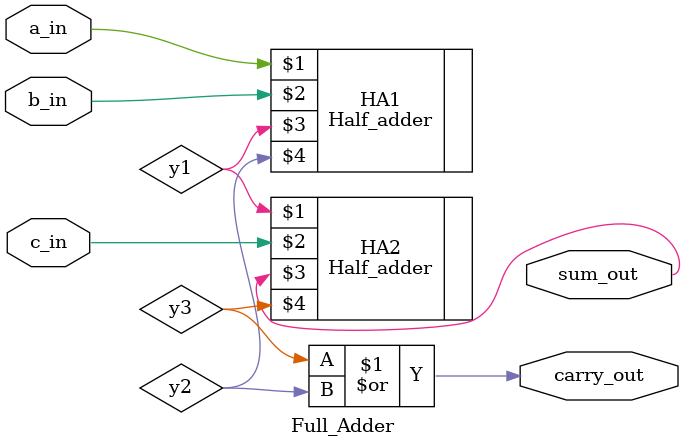
<source format=v>
`timescale 1ns / 1ps


module Full_Adder(
    input a_in,
    input b_in,
    input c_in,
    output sum_out,
    output carry_out
    );
    
    Half_adder HA1 (a_in,b_in,y1,y2);
    Half_adder HA2 (y1,c_in,sum_out,y3);
    or(carry_out, y3, y2);
endmodule

</source>
